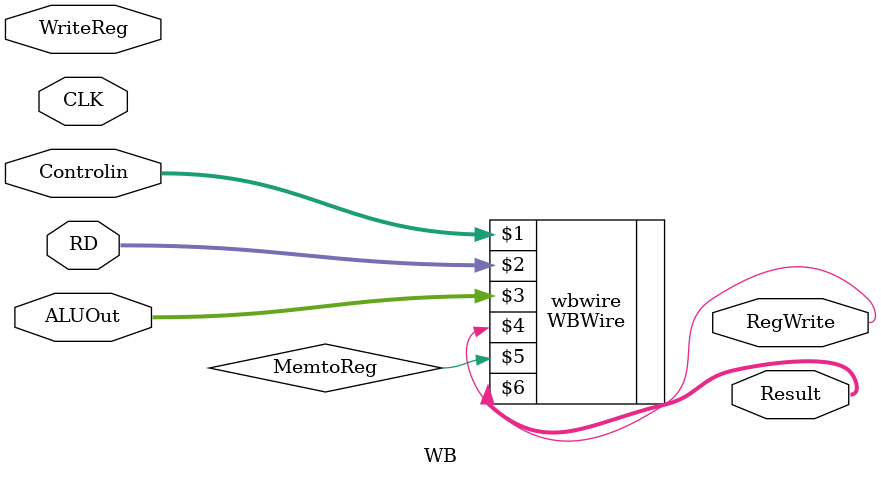
<source format=v>
module WB(CLK,Controlin,ALUOut,RD,WriteReg,RegWrite,Result);
    input CLK;
    inout[4:0] WriteReg;
    input[1:0] Controlin;
    input[31:0] ALUOut,RD;

    output RegWrite;
    output[31:0] Result;

    wire MemtoReg;

    WBWire wbwire(Controlin,RD,ALUOut,RegWrite,MemtoReg,Result);

endmodule
</source>
